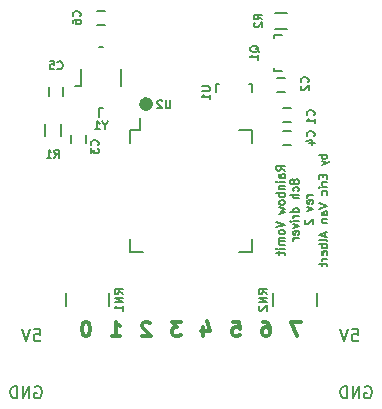
<source format=gbr>
G04 #@! TF.GenerationSoftware,KiCad,Pcbnew,5.1.5*
G04 #@! TF.CreationDate,2020-03-16T00:35:52-04:00*
G04 #@! TF.ProjectId,dot-driver,646f742d-6472-4697-9665-722e6b696361,rev?*
G04 #@! TF.SameCoordinates,Original*
G04 #@! TF.FileFunction,Legend,Bot*
G04 #@! TF.FilePolarity,Positive*
%FSLAX46Y46*%
G04 Gerber Fmt 4.6, Leading zero omitted, Abs format (unit mm)*
G04 Created by KiCad (PCBNEW 5.1.5) date 2020-03-16 00:35:52*
%MOMM*%
%LPD*%
G04 APERTURE LIST*
%ADD10C,0.150000*%
%ADD11C,0.200000*%
%ADD12C,0.300000*%
%ADD13C,0.600000*%
G04 APERTURE END LIST*
D10*
X148884666Y-91696000D02*
X148551333Y-91462666D01*
X148884666Y-91296000D02*
X148184666Y-91296000D01*
X148184666Y-91562666D01*
X148218000Y-91629333D01*
X148251333Y-91662666D01*
X148318000Y-91696000D01*
X148418000Y-91696000D01*
X148484666Y-91662666D01*
X148518000Y-91629333D01*
X148551333Y-91562666D01*
X148551333Y-91296000D01*
X148884666Y-92296000D02*
X148518000Y-92296000D01*
X148451333Y-92262666D01*
X148418000Y-92196000D01*
X148418000Y-92062666D01*
X148451333Y-91996000D01*
X148851333Y-92296000D02*
X148884666Y-92229333D01*
X148884666Y-92062666D01*
X148851333Y-91996000D01*
X148784666Y-91962666D01*
X148718000Y-91962666D01*
X148651333Y-91996000D01*
X148618000Y-92062666D01*
X148618000Y-92229333D01*
X148584666Y-92296000D01*
X148884666Y-92629333D02*
X148418000Y-92629333D01*
X148184666Y-92629333D02*
X148218000Y-92596000D01*
X148251333Y-92629333D01*
X148218000Y-92662666D01*
X148184666Y-92629333D01*
X148251333Y-92629333D01*
X148418000Y-92962666D02*
X148884666Y-92962666D01*
X148484666Y-92962666D02*
X148451333Y-92996000D01*
X148418000Y-93062666D01*
X148418000Y-93162666D01*
X148451333Y-93229333D01*
X148518000Y-93262666D01*
X148884666Y-93262666D01*
X148884666Y-93596000D02*
X148184666Y-93596000D01*
X148451333Y-93596000D02*
X148418000Y-93662666D01*
X148418000Y-93796000D01*
X148451333Y-93862666D01*
X148484666Y-93896000D01*
X148551333Y-93929333D01*
X148751333Y-93929333D01*
X148818000Y-93896000D01*
X148851333Y-93862666D01*
X148884666Y-93796000D01*
X148884666Y-93662666D01*
X148851333Y-93596000D01*
X148884666Y-94329333D02*
X148851333Y-94262666D01*
X148818000Y-94229333D01*
X148751333Y-94196000D01*
X148551333Y-94196000D01*
X148484666Y-94229333D01*
X148451333Y-94262666D01*
X148418000Y-94329333D01*
X148418000Y-94429333D01*
X148451333Y-94496000D01*
X148484666Y-94529333D01*
X148551333Y-94562666D01*
X148751333Y-94562666D01*
X148818000Y-94529333D01*
X148851333Y-94496000D01*
X148884666Y-94429333D01*
X148884666Y-94329333D01*
X148418000Y-94796000D02*
X148884666Y-94929333D01*
X148551333Y-95062666D01*
X148884666Y-95196000D01*
X148418000Y-95329333D01*
X148184666Y-96029333D02*
X148884666Y-96262666D01*
X148184666Y-96496000D01*
X148884666Y-96829333D02*
X148851333Y-96762666D01*
X148818000Y-96729333D01*
X148751333Y-96696000D01*
X148551333Y-96696000D01*
X148484666Y-96729333D01*
X148451333Y-96762666D01*
X148418000Y-96829333D01*
X148418000Y-96929333D01*
X148451333Y-96996000D01*
X148484666Y-97029333D01*
X148551333Y-97062666D01*
X148751333Y-97062666D01*
X148818000Y-97029333D01*
X148851333Y-96996000D01*
X148884666Y-96929333D01*
X148884666Y-96829333D01*
X148884666Y-97362666D02*
X148418000Y-97362666D01*
X148484666Y-97362666D02*
X148451333Y-97396000D01*
X148418000Y-97462666D01*
X148418000Y-97562666D01*
X148451333Y-97629333D01*
X148518000Y-97662666D01*
X148884666Y-97662666D01*
X148518000Y-97662666D02*
X148451333Y-97696000D01*
X148418000Y-97762666D01*
X148418000Y-97862666D01*
X148451333Y-97929333D01*
X148518000Y-97962666D01*
X148884666Y-97962666D01*
X148884666Y-98296000D02*
X148418000Y-98296000D01*
X148184666Y-98296000D02*
X148218000Y-98262666D01*
X148251333Y-98296000D01*
X148218000Y-98329333D01*
X148184666Y-98296000D01*
X148251333Y-98296000D01*
X148418000Y-98529333D02*
X148418000Y-98796000D01*
X148184666Y-98629333D02*
X148784666Y-98629333D01*
X148851333Y-98662666D01*
X148884666Y-98729333D01*
X148884666Y-98796000D01*
X149684666Y-92562666D02*
X149651333Y-92496000D01*
X149618000Y-92462666D01*
X149551333Y-92429333D01*
X149518000Y-92429333D01*
X149451333Y-92462666D01*
X149418000Y-92496000D01*
X149384666Y-92562666D01*
X149384666Y-92696000D01*
X149418000Y-92762666D01*
X149451333Y-92796000D01*
X149518000Y-92829333D01*
X149551333Y-92829333D01*
X149618000Y-92796000D01*
X149651333Y-92762666D01*
X149684666Y-92696000D01*
X149684666Y-92562666D01*
X149718000Y-92496000D01*
X149751333Y-92462666D01*
X149818000Y-92429333D01*
X149951333Y-92429333D01*
X150018000Y-92462666D01*
X150051333Y-92496000D01*
X150084666Y-92562666D01*
X150084666Y-92696000D01*
X150051333Y-92762666D01*
X150018000Y-92796000D01*
X149951333Y-92829333D01*
X149818000Y-92829333D01*
X149751333Y-92796000D01*
X149718000Y-92762666D01*
X149684666Y-92696000D01*
X150051333Y-93429333D02*
X150084666Y-93362666D01*
X150084666Y-93229333D01*
X150051333Y-93162666D01*
X150018000Y-93129333D01*
X149951333Y-93096000D01*
X149751333Y-93096000D01*
X149684666Y-93129333D01*
X149651333Y-93162666D01*
X149618000Y-93229333D01*
X149618000Y-93362666D01*
X149651333Y-93429333D01*
X150084666Y-93729333D02*
X149384666Y-93729333D01*
X150084666Y-94029333D02*
X149718000Y-94029333D01*
X149651333Y-93996000D01*
X149618000Y-93929333D01*
X149618000Y-93829333D01*
X149651333Y-93762666D01*
X149684666Y-93729333D01*
X150084666Y-95196000D02*
X149384666Y-95196000D01*
X150051333Y-95196000D02*
X150084666Y-95129333D01*
X150084666Y-94996000D01*
X150051333Y-94929333D01*
X150018000Y-94896000D01*
X149951333Y-94862666D01*
X149751333Y-94862666D01*
X149684666Y-94896000D01*
X149651333Y-94929333D01*
X149618000Y-94996000D01*
X149618000Y-95129333D01*
X149651333Y-95196000D01*
X150084666Y-95529333D02*
X149618000Y-95529333D01*
X149751333Y-95529333D02*
X149684666Y-95562666D01*
X149651333Y-95596000D01*
X149618000Y-95662666D01*
X149618000Y-95729333D01*
X150084666Y-95962666D02*
X149618000Y-95962666D01*
X149384666Y-95962666D02*
X149418000Y-95929333D01*
X149451333Y-95962666D01*
X149418000Y-95996000D01*
X149384666Y-95962666D01*
X149451333Y-95962666D01*
X149618000Y-96229333D02*
X150084666Y-96396000D01*
X149618000Y-96562666D01*
X150051333Y-97096000D02*
X150084666Y-97029333D01*
X150084666Y-96896000D01*
X150051333Y-96829333D01*
X149984666Y-96796000D01*
X149718000Y-96796000D01*
X149651333Y-96829333D01*
X149618000Y-96896000D01*
X149618000Y-97029333D01*
X149651333Y-97096000D01*
X149718000Y-97129333D01*
X149784666Y-97129333D01*
X149851333Y-96796000D01*
X150084666Y-97429333D02*
X149618000Y-97429333D01*
X149751333Y-97429333D02*
X149684666Y-97462666D01*
X149651333Y-97496000D01*
X149618000Y-97562666D01*
X149618000Y-97629333D01*
X151284666Y-93779333D02*
X150818000Y-93779333D01*
X150951333Y-93779333D02*
X150884666Y-93812666D01*
X150851333Y-93846000D01*
X150818000Y-93912666D01*
X150818000Y-93979333D01*
X151251333Y-94479333D02*
X151284666Y-94412666D01*
X151284666Y-94279333D01*
X151251333Y-94212666D01*
X151184666Y-94179333D01*
X150918000Y-94179333D01*
X150851333Y-94212666D01*
X150818000Y-94279333D01*
X150818000Y-94412666D01*
X150851333Y-94479333D01*
X150918000Y-94512666D01*
X150984666Y-94512666D01*
X151051333Y-94179333D01*
X150818000Y-94746000D02*
X151284666Y-94912666D01*
X150818000Y-95079333D01*
X150651333Y-95846000D02*
X150618000Y-95879333D01*
X150584666Y-95946000D01*
X150584666Y-96112666D01*
X150618000Y-96179333D01*
X150651333Y-96212666D01*
X150718000Y-96246000D01*
X150784666Y-96246000D01*
X150884666Y-96212666D01*
X151284666Y-95812666D01*
X151284666Y-96246000D01*
X152484666Y-90329333D02*
X151784666Y-90329333D01*
X152051333Y-90329333D02*
X152018000Y-90396000D01*
X152018000Y-90529333D01*
X152051333Y-90596000D01*
X152084666Y-90629333D01*
X152151333Y-90662666D01*
X152351333Y-90662666D01*
X152418000Y-90629333D01*
X152451333Y-90596000D01*
X152484666Y-90529333D01*
X152484666Y-90396000D01*
X152451333Y-90329333D01*
X152018000Y-90896000D02*
X152484666Y-91062666D01*
X152018000Y-91229333D02*
X152484666Y-91062666D01*
X152651333Y-90996000D01*
X152684666Y-90962666D01*
X152718000Y-90896000D01*
X152118000Y-92029333D02*
X152118000Y-92262666D01*
X152484666Y-92362666D02*
X152484666Y-92029333D01*
X151784666Y-92029333D01*
X151784666Y-92362666D01*
X152484666Y-92662666D02*
X152018000Y-92662666D01*
X152151333Y-92662666D02*
X152084666Y-92696000D01*
X152051333Y-92729333D01*
X152018000Y-92796000D01*
X152018000Y-92862666D01*
X152484666Y-93096000D02*
X152018000Y-93096000D01*
X151784666Y-93096000D02*
X151818000Y-93062666D01*
X151851333Y-93096000D01*
X151818000Y-93129333D01*
X151784666Y-93096000D01*
X151851333Y-93096000D01*
X152451333Y-93729333D02*
X152484666Y-93662666D01*
X152484666Y-93529333D01*
X152451333Y-93462666D01*
X152418000Y-93429333D01*
X152351333Y-93396000D01*
X152151333Y-93396000D01*
X152084666Y-93429333D01*
X152051333Y-93462666D01*
X152018000Y-93529333D01*
X152018000Y-93662666D01*
X152051333Y-93729333D01*
X151784666Y-94462666D02*
X152484666Y-94696000D01*
X151784666Y-94929333D01*
X152484666Y-95462666D02*
X152118000Y-95462666D01*
X152051333Y-95429333D01*
X152018000Y-95362666D01*
X152018000Y-95229333D01*
X152051333Y-95162666D01*
X152451333Y-95462666D02*
X152484666Y-95396000D01*
X152484666Y-95229333D01*
X152451333Y-95162666D01*
X152384666Y-95129333D01*
X152318000Y-95129333D01*
X152251333Y-95162666D01*
X152218000Y-95229333D01*
X152218000Y-95396000D01*
X152184666Y-95462666D01*
X152018000Y-95796000D02*
X152484666Y-95796000D01*
X152084666Y-95796000D02*
X152051333Y-95829333D01*
X152018000Y-95896000D01*
X152018000Y-95996000D01*
X152051333Y-96062666D01*
X152118000Y-96096000D01*
X152484666Y-96096000D01*
X152284666Y-96929333D02*
X152284666Y-97262666D01*
X152484666Y-96862666D02*
X151784666Y-97096000D01*
X152484666Y-97329333D01*
X152484666Y-97662666D02*
X152451333Y-97596000D01*
X152384666Y-97562666D01*
X151784666Y-97562666D01*
X152484666Y-97929333D02*
X151784666Y-97929333D01*
X152051333Y-97929333D02*
X152018000Y-97996000D01*
X152018000Y-98129333D01*
X152051333Y-98196000D01*
X152084666Y-98229333D01*
X152151333Y-98262666D01*
X152351333Y-98262666D01*
X152418000Y-98229333D01*
X152451333Y-98196000D01*
X152484666Y-98129333D01*
X152484666Y-97996000D01*
X152451333Y-97929333D01*
X152451333Y-98829333D02*
X152484666Y-98762666D01*
X152484666Y-98629333D01*
X152451333Y-98562666D01*
X152384666Y-98529333D01*
X152118000Y-98529333D01*
X152051333Y-98562666D01*
X152018000Y-98629333D01*
X152018000Y-98762666D01*
X152051333Y-98829333D01*
X152118000Y-98862666D01*
X152184666Y-98862666D01*
X152251333Y-98529333D01*
X152484666Y-99162666D02*
X152018000Y-99162666D01*
X152151333Y-99162666D02*
X152084666Y-99196000D01*
X152051333Y-99229333D01*
X152018000Y-99296000D01*
X152018000Y-99362666D01*
X152018000Y-99496000D02*
X152018000Y-99762666D01*
X151784666Y-99596000D02*
X152384666Y-99596000D01*
X152451333Y-99629333D01*
X152484666Y-99696000D01*
X152484666Y-99762666D01*
D11*
X127761904Y-109990000D02*
X127857142Y-109942380D01*
X128000000Y-109942380D01*
X128142857Y-109990000D01*
X128238095Y-110085238D01*
X128285714Y-110180476D01*
X128333333Y-110370952D01*
X128333333Y-110513809D01*
X128285714Y-110704285D01*
X128238095Y-110799523D01*
X128142857Y-110894761D01*
X128000000Y-110942380D01*
X127904761Y-110942380D01*
X127761904Y-110894761D01*
X127714285Y-110847142D01*
X127714285Y-110513809D01*
X127904761Y-110513809D01*
X127285714Y-110942380D02*
X127285714Y-109942380D01*
X126714285Y-110942380D01*
X126714285Y-109942380D01*
X126238095Y-110942380D02*
X126238095Y-109942380D01*
X126000000Y-109942380D01*
X125857142Y-109990000D01*
X125761904Y-110085238D01*
X125714285Y-110180476D01*
X125666666Y-110370952D01*
X125666666Y-110513809D01*
X125714285Y-110704285D01*
X125761904Y-110799523D01*
X125857142Y-110894761D01*
X126000000Y-110942380D01*
X126238095Y-110942380D01*
X155701904Y-109990000D02*
X155797142Y-109942380D01*
X155940000Y-109942380D01*
X156082857Y-109990000D01*
X156178095Y-110085238D01*
X156225714Y-110180476D01*
X156273333Y-110370952D01*
X156273333Y-110513809D01*
X156225714Y-110704285D01*
X156178095Y-110799523D01*
X156082857Y-110894761D01*
X155940000Y-110942380D01*
X155844761Y-110942380D01*
X155701904Y-110894761D01*
X155654285Y-110847142D01*
X155654285Y-110513809D01*
X155844761Y-110513809D01*
X155225714Y-110942380D02*
X155225714Y-109942380D01*
X154654285Y-110942380D01*
X154654285Y-109942380D01*
X154178095Y-110942380D02*
X154178095Y-109942380D01*
X153940000Y-109942380D01*
X153797142Y-109990000D01*
X153701904Y-110085238D01*
X153654285Y-110180476D01*
X153606666Y-110370952D01*
X153606666Y-110513809D01*
X153654285Y-110704285D01*
X153701904Y-110799523D01*
X153797142Y-110894761D01*
X153940000Y-110942380D01*
X154178095Y-110942380D01*
X154622476Y-105116380D02*
X155098666Y-105116380D01*
X155146285Y-105592571D01*
X155098666Y-105544952D01*
X155003428Y-105497333D01*
X154765333Y-105497333D01*
X154670095Y-105544952D01*
X154622476Y-105592571D01*
X154574857Y-105687809D01*
X154574857Y-105925904D01*
X154622476Y-106021142D01*
X154670095Y-106068761D01*
X154765333Y-106116380D01*
X155003428Y-106116380D01*
X155098666Y-106068761D01*
X155146285Y-106021142D01*
X154289142Y-105116380D02*
X153955809Y-106116380D01*
X153622476Y-105116380D01*
D12*
X150260000Y-104498857D02*
X149460000Y-104498857D01*
X149974285Y-105698857D01*
X147091428Y-104498857D02*
X147320000Y-104498857D01*
X147434285Y-104556000D01*
X147491428Y-104613142D01*
X147605714Y-104784571D01*
X147662857Y-105013142D01*
X147662857Y-105470285D01*
X147605714Y-105584571D01*
X147548571Y-105641714D01*
X147434285Y-105698857D01*
X147205714Y-105698857D01*
X147091428Y-105641714D01*
X147034285Y-105584571D01*
X146977142Y-105470285D01*
X146977142Y-105184571D01*
X147034285Y-105070285D01*
X147091428Y-105013142D01*
X147205714Y-104956000D01*
X147434285Y-104956000D01*
X147548571Y-105013142D01*
X147605714Y-105070285D01*
X147662857Y-105184571D01*
X144494285Y-104498857D02*
X145065714Y-104498857D01*
X145122857Y-105070285D01*
X145065714Y-105013142D01*
X144951428Y-104956000D01*
X144665714Y-104956000D01*
X144551428Y-105013142D01*
X144494285Y-105070285D01*
X144437142Y-105184571D01*
X144437142Y-105470285D01*
X144494285Y-105584571D01*
X144551428Y-105641714D01*
X144665714Y-105698857D01*
X144951428Y-105698857D01*
X145065714Y-105641714D01*
X145122857Y-105584571D01*
X142011428Y-104898857D02*
X142011428Y-105698857D01*
X142297142Y-104441714D02*
X142582857Y-105298857D01*
X141840000Y-105298857D01*
X140100000Y-104498857D02*
X139357142Y-104498857D01*
X139757142Y-104956000D01*
X139585714Y-104956000D01*
X139471428Y-105013142D01*
X139414285Y-105070285D01*
X139357142Y-105184571D01*
X139357142Y-105470285D01*
X139414285Y-105584571D01*
X139471428Y-105641714D01*
X139585714Y-105698857D01*
X139928571Y-105698857D01*
X140042857Y-105641714D01*
X140100000Y-105584571D01*
X137502857Y-104613142D02*
X137445714Y-104556000D01*
X137331428Y-104498857D01*
X137045714Y-104498857D01*
X136931428Y-104556000D01*
X136874285Y-104613142D01*
X136817142Y-104727428D01*
X136817142Y-104841714D01*
X136874285Y-105013142D01*
X137560000Y-105698857D01*
X136817142Y-105698857D01*
X134277142Y-105698857D02*
X134962857Y-105698857D01*
X134620000Y-105698857D02*
X134620000Y-104498857D01*
X134734285Y-104670285D01*
X134848571Y-104784571D01*
X134962857Y-104841714D01*
X132137142Y-104498857D02*
X132022857Y-104498857D01*
X131908571Y-104556000D01*
X131851428Y-104613142D01*
X131794285Y-104727428D01*
X131737142Y-104956000D01*
X131737142Y-105241714D01*
X131794285Y-105470285D01*
X131851428Y-105584571D01*
X131908571Y-105641714D01*
X132022857Y-105698857D01*
X132137142Y-105698857D01*
X132251428Y-105641714D01*
X132308571Y-105584571D01*
X132365714Y-105470285D01*
X132422857Y-105241714D01*
X132422857Y-104956000D01*
X132365714Y-104727428D01*
X132308571Y-104613142D01*
X132251428Y-104556000D01*
X132137142Y-104498857D01*
D11*
X127698476Y-105116380D02*
X128174666Y-105116380D01*
X128222285Y-105592571D01*
X128174666Y-105544952D01*
X128079428Y-105497333D01*
X127841333Y-105497333D01*
X127746095Y-105544952D01*
X127698476Y-105592571D01*
X127650857Y-105687809D01*
X127650857Y-105925904D01*
X127698476Y-106021142D01*
X127746095Y-106068761D01*
X127841333Y-106116380D01*
X128079428Y-106116380D01*
X128174666Y-106068761D01*
X128222285Y-106021142D01*
X127365142Y-105116380D02*
X127031809Y-106116380D01*
X126698476Y-105116380D01*
D10*
X135795000Y-88240000D02*
X136652000Y-88240000D01*
X135795000Y-98590000D02*
X136870000Y-98590000D01*
X146145000Y-98590000D02*
X145070000Y-98590000D01*
X146145000Y-88240000D02*
X145070000Y-88240000D01*
X135795000Y-88240000D02*
X135795000Y-89315000D01*
X146145000Y-88240000D02*
X146145000Y-89315000D01*
X146145000Y-98590000D02*
X146145000Y-97515000D01*
X135795000Y-98590000D02*
X135795000Y-97515000D01*
X136652000Y-88240000D02*
X136652000Y-87215000D01*
D13*
X137460000Y-86049000D02*
G75*
G03X137460000Y-86049000I-300000J0D01*
G01*
D10*
X148090000Y-79669000D02*
X149090000Y-79669000D01*
X149090000Y-78319000D02*
X148090000Y-78319000D01*
X133150000Y-86420000D02*
X133150000Y-87120000D01*
X131650000Y-84520000D02*
X131150000Y-84520000D01*
X131650000Y-83117920D02*
X131650000Y-84520000D01*
X135050000Y-84521040D02*
X135050000Y-83118960D01*
X133150000Y-81220000D02*
X133550000Y-81220000D01*
X133150000Y-86420000D02*
X133550000Y-86420000D01*
X148760000Y-87595000D02*
X149460000Y-87595000D01*
X149460000Y-86395000D02*
X148760000Y-86395000D01*
X147945000Y-102080000D02*
X147945000Y-103130000D01*
X151595000Y-102080000D02*
X151595000Y-103130000D01*
X130345000Y-102080000D02*
X130345000Y-103130000D01*
X133995000Y-102080000D02*
X133995000Y-103130000D01*
X143092180Y-84328000D02*
X143092180Y-85029040D01*
X143292840Y-84328000D02*
X143092180Y-84328000D01*
X146091820Y-84328000D02*
X145842900Y-84328000D01*
X146091820Y-85029040D02*
X146091820Y-84328000D01*
X143292840Y-84328000D02*
X143341100Y-84328000D01*
X147955000Y-83221820D02*
X148656040Y-83221820D01*
X147955000Y-83021160D02*
X147955000Y-83221820D01*
X147955000Y-80222180D02*
X147955000Y-80471100D01*
X148656040Y-80222180D02*
X147955000Y-80222180D01*
X147955000Y-83021160D02*
X147955000Y-82972900D01*
X148240000Y-85055000D02*
X148940000Y-85055000D01*
X148940000Y-83855000D02*
X148240000Y-83855000D01*
X130140000Y-85325000D02*
X130140000Y-84625000D01*
X128940000Y-84625000D02*
X128940000Y-85325000D01*
X133000000Y-79340000D02*
X133700000Y-79340000D01*
X133700000Y-78140000D02*
X133000000Y-78140000D01*
X128611000Y-87777000D02*
X128611000Y-88777000D01*
X129961000Y-88777000D02*
X129961000Y-87777000D01*
X130845000Y-88665000D02*
X130845000Y-89365000D01*
X132045000Y-89365000D02*
X132045000Y-88665000D01*
X149460000Y-88300000D02*
X148760000Y-88300000D01*
X148760000Y-89500000D02*
X149460000Y-89500000D01*
X139217333Y-85722666D02*
X139217333Y-86289333D01*
X139184000Y-86356000D01*
X139150666Y-86389333D01*
X139084000Y-86422666D01*
X138950666Y-86422666D01*
X138884000Y-86389333D01*
X138850666Y-86356000D01*
X138817333Y-86289333D01*
X138817333Y-85722666D01*
X138517333Y-85789333D02*
X138484000Y-85756000D01*
X138417333Y-85722666D01*
X138250666Y-85722666D01*
X138184000Y-85756000D01*
X138150666Y-85789333D01*
X138117333Y-85856000D01*
X138117333Y-85922666D01*
X138150666Y-86022666D01*
X138550666Y-86422666D01*
X138117333Y-86422666D01*
X147001666Y-78877333D02*
X146668333Y-78644000D01*
X147001666Y-78477333D02*
X146301666Y-78477333D01*
X146301666Y-78744000D01*
X146335000Y-78810666D01*
X146368333Y-78844000D01*
X146435000Y-78877333D01*
X146535000Y-78877333D01*
X146601666Y-78844000D01*
X146635000Y-78810666D01*
X146668333Y-78744000D01*
X146668333Y-78477333D01*
X146368333Y-79144000D02*
X146335000Y-79177333D01*
X146301666Y-79244000D01*
X146301666Y-79410666D01*
X146335000Y-79477333D01*
X146368333Y-79510666D01*
X146435000Y-79544000D01*
X146501666Y-79544000D01*
X146601666Y-79510666D01*
X147001666Y-79110666D01*
X147001666Y-79544000D01*
X133683333Y-87867333D02*
X133683333Y-88200666D01*
X133916666Y-87500666D02*
X133683333Y-87867333D01*
X133450000Y-87500666D01*
X132850000Y-88200666D02*
X133250000Y-88200666D01*
X133050000Y-88200666D02*
X133050000Y-87500666D01*
X133116666Y-87600666D01*
X133183333Y-87667333D01*
X133250000Y-87700666D01*
X151380000Y-87005333D02*
X151413333Y-86972000D01*
X151446666Y-86872000D01*
X151446666Y-86805333D01*
X151413333Y-86705333D01*
X151346666Y-86638666D01*
X151280000Y-86605333D01*
X151146666Y-86572000D01*
X151046666Y-86572000D01*
X150913333Y-86605333D01*
X150846666Y-86638666D01*
X150780000Y-86705333D01*
X150746666Y-86805333D01*
X150746666Y-86872000D01*
X150780000Y-86972000D01*
X150813333Y-87005333D01*
X151446666Y-87672000D02*
X151446666Y-87272000D01*
X151446666Y-87472000D02*
X150746666Y-87472000D01*
X150846666Y-87405333D01*
X150913333Y-87338666D01*
X150946666Y-87272000D01*
X147382666Y-102132666D02*
X147049333Y-101899333D01*
X147382666Y-101732666D02*
X146682666Y-101732666D01*
X146682666Y-101999333D01*
X146716000Y-102066000D01*
X146749333Y-102099333D01*
X146816000Y-102132666D01*
X146916000Y-102132666D01*
X146982666Y-102099333D01*
X147016000Y-102066000D01*
X147049333Y-101999333D01*
X147049333Y-101732666D01*
X147382666Y-102432666D02*
X146682666Y-102432666D01*
X147382666Y-102832666D01*
X146682666Y-102832666D01*
X146749333Y-103132666D02*
X146716000Y-103166000D01*
X146682666Y-103232666D01*
X146682666Y-103399333D01*
X146716000Y-103466000D01*
X146749333Y-103499333D01*
X146816000Y-103532666D01*
X146882666Y-103532666D01*
X146982666Y-103499333D01*
X147382666Y-103099333D01*
X147382666Y-103532666D01*
X135190666Y-102132666D02*
X134857333Y-101899333D01*
X135190666Y-101732666D02*
X134490666Y-101732666D01*
X134490666Y-101999333D01*
X134524000Y-102066000D01*
X134557333Y-102099333D01*
X134624000Y-102132666D01*
X134724000Y-102132666D01*
X134790666Y-102099333D01*
X134824000Y-102066000D01*
X134857333Y-101999333D01*
X134857333Y-101732666D01*
X135190666Y-102432666D02*
X134490666Y-102432666D01*
X135190666Y-102832666D01*
X134490666Y-102832666D01*
X135190666Y-103532666D02*
X135190666Y-103132666D01*
X135190666Y-103332666D02*
X134490666Y-103332666D01*
X134590666Y-103266000D01*
X134657333Y-103199333D01*
X134690666Y-103132666D01*
X141856666Y-84556666D02*
X142423333Y-84556666D01*
X142490000Y-84590000D01*
X142523333Y-84623333D01*
X142556666Y-84690000D01*
X142556666Y-84823333D01*
X142523333Y-84890000D01*
X142490000Y-84923333D01*
X142423333Y-84956666D01*
X141856666Y-84956666D01*
X142556666Y-85656666D02*
X142556666Y-85256666D01*
X142556666Y-85456666D02*
X141856666Y-85456666D01*
X141956666Y-85390000D01*
X142023333Y-85323333D01*
X142056666Y-85256666D01*
X146738573Y-81655333D02*
X146705240Y-81588666D01*
X146638573Y-81522000D01*
X146538573Y-81422000D01*
X146505240Y-81355333D01*
X146505240Y-81288666D01*
X146671906Y-81322000D02*
X146638573Y-81255333D01*
X146571906Y-81188666D01*
X146438573Y-81155333D01*
X146205240Y-81155333D01*
X146071906Y-81188666D01*
X146005240Y-81255333D01*
X145971906Y-81322000D01*
X145971906Y-81455333D01*
X146005240Y-81522000D01*
X146071906Y-81588666D01*
X146205240Y-81622000D01*
X146438573Y-81622000D01*
X146571906Y-81588666D01*
X146638573Y-81522000D01*
X146671906Y-81455333D01*
X146671906Y-81322000D01*
X146671906Y-82288666D02*
X146671906Y-81888666D01*
X146671906Y-82088666D02*
X145971906Y-82088666D01*
X146071906Y-82022000D01*
X146138573Y-81955333D01*
X146171906Y-81888666D01*
X150872000Y-84211333D02*
X150905333Y-84178000D01*
X150938666Y-84078000D01*
X150938666Y-84011333D01*
X150905333Y-83911333D01*
X150838666Y-83844666D01*
X150772000Y-83811333D01*
X150638666Y-83778000D01*
X150538666Y-83778000D01*
X150405333Y-83811333D01*
X150338666Y-83844666D01*
X150272000Y-83911333D01*
X150238666Y-84011333D01*
X150238666Y-84078000D01*
X150272000Y-84178000D01*
X150305333Y-84211333D01*
X150305333Y-84478000D02*
X150272000Y-84511333D01*
X150238666Y-84578000D01*
X150238666Y-84744666D01*
X150272000Y-84811333D01*
X150305333Y-84844666D01*
X150372000Y-84878000D01*
X150438666Y-84878000D01*
X150538666Y-84844666D01*
X150938666Y-84444666D01*
X150938666Y-84878000D01*
X129656666Y-83054000D02*
X129690000Y-83087333D01*
X129790000Y-83120666D01*
X129856666Y-83120666D01*
X129956666Y-83087333D01*
X130023333Y-83020666D01*
X130056666Y-82954000D01*
X130090000Y-82820666D01*
X130090000Y-82720666D01*
X130056666Y-82587333D01*
X130023333Y-82520666D01*
X129956666Y-82454000D01*
X129856666Y-82420666D01*
X129790000Y-82420666D01*
X129690000Y-82454000D01*
X129656666Y-82487333D01*
X129023333Y-82420666D02*
X129356666Y-82420666D01*
X129390000Y-82754000D01*
X129356666Y-82720666D01*
X129290000Y-82687333D01*
X129123333Y-82687333D01*
X129056666Y-82720666D01*
X129023333Y-82754000D01*
X128990000Y-82820666D01*
X128990000Y-82987333D01*
X129023333Y-83054000D01*
X129056666Y-83087333D01*
X129123333Y-83120666D01*
X129290000Y-83120666D01*
X129356666Y-83087333D01*
X129390000Y-83054000D01*
X131568000Y-78623333D02*
X131601333Y-78590000D01*
X131634666Y-78490000D01*
X131634666Y-78423333D01*
X131601333Y-78323333D01*
X131534666Y-78256666D01*
X131468000Y-78223333D01*
X131334666Y-78190000D01*
X131234666Y-78190000D01*
X131101333Y-78223333D01*
X131034666Y-78256666D01*
X130968000Y-78323333D01*
X130934666Y-78423333D01*
X130934666Y-78490000D01*
X130968000Y-78590000D01*
X131001333Y-78623333D01*
X130934666Y-79223333D02*
X130934666Y-79090000D01*
X130968000Y-79023333D01*
X131001333Y-78990000D01*
X131101333Y-78923333D01*
X131234666Y-78890000D01*
X131501333Y-78890000D01*
X131568000Y-78923333D01*
X131601333Y-78956666D01*
X131634666Y-79023333D01*
X131634666Y-79156666D01*
X131601333Y-79223333D01*
X131568000Y-79256666D01*
X131501333Y-79290000D01*
X131334666Y-79290000D01*
X131268000Y-79256666D01*
X131234666Y-79223333D01*
X131201333Y-79156666D01*
X131201333Y-79023333D01*
X131234666Y-78956666D01*
X131268000Y-78923333D01*
X131334666Y-78890000D01*
X129402666Y-90613666D02*
X129636000Y-90280333D01*
X129802666Y-90613666D02*
X129802666Y-89913666D01*
X129536000Y-89913666D01*
X129469333Y-89947000D01*
X129436000Y-89980333D01*
X129402666Y-90047000D01*
X129402666Y-90147000D01*
X129436000Y-90213666D01*
X129469333Y-90247000D01*
X129536000Y-90280333D01*
X129802666Y-90280333D01*
X128736000Y-90613666D02*
X129136000Y-90613666D01*
X128936000Y-90613666D02*
X128936000Y-89913666D01*
X129002666Y-90013666D01*
X129069333Y-90080333D01*
X129136000Y-90113666D01*
X133092000Y-89545333D02*
X133125333Y-89512000D01*
X133158666Y-89412000D01*
X133158666Y-89345333D01*
X133125333Y-89245333D01*
X133058666Y-89178666D01*
X132992000Y-89145333D01*
X132858666Y-89112000D01*
X132758666Y-89112000D01*
X132625333Y-89145333D01*
X132558666Y-89178666D01*
X132492000Y-89245333D01*
X132458666Y-89345333D01*
X132458666Y-89412000D01*
X132492000Y-89512000D01*
X132525333Y-89545333D01*
X132458666Y-89778666D02*
X132458666Y-90212000D01*
X132725333Y-89978666D01*
X132725333Y-90078666D01*
X132758666Y-90145333D01*
X132792000Y-90178666D01*
X132858666Y-90212000D01*
X133025333Y-90212000D01*
X133092000Y-90178666D01*
X133125333Y-90145333D01*
X133158666Y-90078666D01*
X133158666Y-89878666D01*
X133125333Y-89812000D01*
X133092000Y-89778666D01*
X151380000Y-88783333D02*
X151413333Y-88750000D01*
X151446666Y-88650000D01*
X151446666Y-88583333D01*
X151413333Y-88483333D01*
X151346666Y-88416666D01*
X151280000Y-88383333D01*
X151146666Y-88350000D01*
X151046666Y-88350000D01*
X150913333Y-88383333D01*
X150846666Y-88416666D01*
X150780000Y-88483333D01*
X150746666Y-88583333D01*
X150746666Y-88650000D01*
X150780000Y-88750000D01*
X150813333Y-88783333D01*
X150980000Y-89383333D02*
X151446666Y-89383333D01*
X150713333Y-89216666D02*
X151213333Y-89050000D01*
X151213333Y-89483333D01*
M02*

</source>
